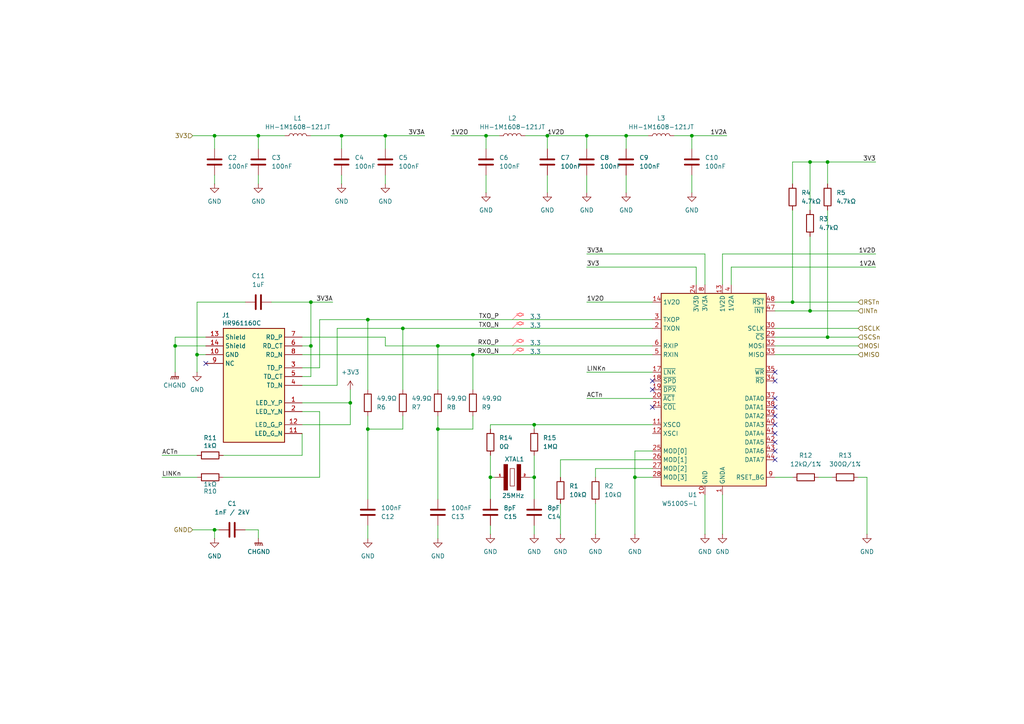
<source format=kicad_sch>
(kicad_sch (version 20231120) (generator "eeschema") (generator_version "8.0")
  (paper "A4")
  (lib_symbols
    (symbol "Device:C" (pin_numbers hide) (pin_names (offset 0.254))
      (property "Reference" "C" (at 0.635 2.54 0))
      (property "Value" "C" (at 0.635 -2.54 0))
      (symbol "C_0_1"
        (polyline (pts (xy -2.032 -0.762) (xy 2.032 -0.762)) (stroke (width 0.508)))
        (polyline (pts (xy -2.032 0.762) (xy 2.032 0.762)) (stroke (width 0.508)))
      )
      (symbol "C_1_1"
        (pin passive line (at 0 3.81 270) (length 2.794) (name "~") (number "1"))
        (pin passive line (at 0 -3.81 90) (length 2.794) (name "~") (number "2"))
      )
    )
    (symbol "Device:L" (pin_numbers hide) (pin_names (offset 1.016) hide)
      (property "Reference" "L" (at -1.27 0 90))
      (property "Value" "L" (at 1.905 0 90))
      (symbol "L_0_1"
        (arc (start 0 -2.54) (mid 0.6323 -1.905) (end 0 -1.27))
        (arc (start 0 -1.27) (mid 0.6323 -0.635) (end 0 0))
        (arc (start 0 0) (mid 0.6323 0.635) (end 0 1.27))
        (arc (start 0 1.27) (mid 0.6323 1.905) (end 0 2.54))
      )
      (symbol "L_1_1"
        (pin passive line (at 0 3.81 270) (length 1.27) (name "1") (number "1"))
        (pin passive line (at 0 -3.81 90) (length 1.27) (name "2") (number "2"))
      )
    )
    (symbol "Interface_Ethernet:W5100S-L"
      (property "Reference" "U" (at 15.24 -30.48 0))
      (property "Value" "W5100S-L" (at 15.24 -33.02 0))
      (symbol "W5100S-L_0_1"
        (rectangle (start -15.24 27.94) (end 15.24 -27.94) (stroke (width 0.254)) (fill (type background)))
      )
      (symbol "W5100S-L_1_0"
        (pin input line (at -17.78 25.4 0) (length 2.54) (name "~{RST}") (number "48"))
      )
      (symbol "W5100S-L_1_1"
        (pin power_in line (at -2.54 -30.48 90) (length 2.54) (name "GNDA") (number "1"))
        (pin power_in line (at 2.54 -30.48 90) (length 2.54) (name "GND") (number "10"))
        (pin output line (at 17.78 -10.16 180) (length 2.54) (name "XSCO") (number "11"))
        (pin input line (at 17.78 -12.7 180) (length 2.54) (name "XSCI") (number "12"))
        (pin power_in line (at -2.54 30.48 270) (length 2.54) (name "1V2D") (number "13"))
        (pin power_out line (at 17.78 25.4 180) (length 2.54) (name "1V2O") (number "14"))
        (pin passive line (at 2.54 30.48 270) (length 2.54) hide (name "3V3A") (number "15"))
        (pin passive line (at -2.54 -30.48 90) (length 2.54) hide (name "GNDA") (number "16"))
        (pin output line (at 17.78 5.08 180) (length 2.54) (name "~{LNK}") (number "17"))
        (pin output line (at 17.78 2.54 180) (length 2.54) (name "~{SPD}") (number "18"))
        (pin output line (at 17.78 0 180) (length 2.54) (name "~{DPX}") (number "19"))
        (pin output line (at 17.78 17.78 180) (length 2.54) (name "TXON") (number "2"))
        (pin output line (at 17.78 -2.54 180) (length 2.54) (name "~{ACT}") (number "20"))
        (pin output line (at 17.78 -5.08 180) (length 2.54) (name "~{COL}") (number "21"))
        (pin passive line (at -2.54 30.48 270) (length 2.54) hide (name "1V2D") (number "22"))
        (pin passive line (at 2.54 -30.48 90) (length 2.54) hide (name "GND") (number "23"))
        (pin power_in line (at 5.08 30.48 270) (length 2.54) (name "3V3D") (number "24"))
        (pin input line (at 17.78 -17.78 180) (length 2.54) (name "MOD[0]") (number "25"))
        (pin input line (at 17.78 -20.32 180) (length 2.54) (name "MOD[1]") (number "26"))
        (pin input line (at 17.78 -22.86 180) (length 2.54) (name "MOD[2]") (number "27"))
        (pin input line (at 17.78 -25.4 180) (length 2.54) (name "MOD[3]") (number "28"))
        (pin input line (at -17.78 15.24 0) (length 2.54) (name "~{CS}") (number "29"))
        (pin output line (at 17.78 20.32 180) (length 2.54) (name "TXOP") (number "3"))
        (pin input line (at -17.78 17.78 0) (length 2.54) (name "SCLK") (number "30"))
        (pin passive line (at -2.54 30.48 270) (length 2.54) hide (name "1V2D") (number "31"))
        (pin input line (at -17.78 12.7 0) (length 2.54) (name "MOSI") (number "32"))
        (pin output line (at -17.78 10.16 0) (length 2.54) (name "MISO") (number "33"))
        (pin input line (at -17.78 2.54 0) (length 2.54) (name "~{RD}") (number "34"))
        (pin input line (at -17.78 5.08 0) (length 2.54) (name "~{WR}") (number "35"))
        (pin passive line (at 5.08 30.48 270) (length 2.54) hide (name "3V3D") (number "36"))
        (pin bidirectional line (at -17.78 -2.54 0) (length 2.54) (name "DATA0") (number "37"))
        (pin bidirectional line (at -17.78 -5.08 0) (length 2.54) (name "DATA1") (number "38"))
        (pin bidirectional line (at -17.78 -7.62 0) (length 2.54) (name "DATA2") (number "39"))
        (pin power_in line (at -5.08 30.48 270) (length 2.54) (name "1V2A") (number "4"))
        (pin bidirectional line (at -17.78 -10.16 0) (length 2.54) (name "DATA3") (number "40"))
        (pin bidirectional line (at -17.78 -12.7 0) (length 2.54) (name "DATA4") (number "41"))
        (pin bidirectional line (at -17.78 -15.24 0) (length 2.54) (name "DATA5") (number "42"))
        (pin bidirectional line (at -17.78 -17.78 0) (length 2.54) (name "DATA6") (number "43"))
        (pin bidirectional line (at -17.78 -20.32 0) (length 2.54) (name "DATA7") (number "44"))
        (pin passive line (at -2.54 30.48 270) (length 2.54) hide (name "1V2D") (number "45"))
        (pin passive line (at 2.54 -30.48 90) (length 2.54) hide (name "GND") (number "46"))
        (pin output line (at -17.78 22.86 0) (length 2.54) (name "~{INT}") (number "47"))
        (pin input line (at 17.78 10.16 180) (length 2.54) (name "RXIN") (number "5"))
        (pin input line (at 17.78 12.7 180) (length 2.54) (name "RXIP") (number "6"))
        (pin passive line (at -2.54 -30.48 90) (length 2.54) hide (name "GNDA") (number "7"))
        (pin power_in line (at 2.54 30.48 270) (length 2.54) (name "3V3A") (number "8"))
        (pin output line (at -17.78 -25.4 0) (length 2.54) (name "RSET_BG") (number "9"))
      )
    )
    (symbol "Mouser:DP" (pin_numbers hide) (pin_names (offset 0) hide) (in_bom no) (on_board no)
      (symbol "DP_0_1"
        (polyline (pts (xy 0 0) (xy 1.27 1.27)) (stroke (width 0.0051) (color 255 0 29 1)))
        (polyline (pts (xy 1.27 1.27) (xy 1.778 1.27) (xy 2.032 1.016) (xy 2.54 1.016) (xy 2.794 1.27) (xy 3.302 1.27)) (stroke (width 0) (color 255 3 12 1)))
        (polyline (pts (xy 1.2704 1.6496) (xy 1.7784 1.6496) (xy 2.0324 1.9036) (xy 2.5404 1.9036) (xy 2.7944 1.6496) (xy 3.3024 1.6496)) (stroke (width 0) (color 255 3 12 1)))
      )
    )
    (symbol "Mouser:HR961160C"
      (property "Reference" "J" (at -1.016 21.082 0))
      (property "Value" "HR961160C" (at -1.524 18.796 0))
      (symbol "HR961160C_1_1"
        (rectangle (start -8.89 16.51) (end 8.89 -16.51) (stroke (width 0.254)) (fill (type background)))
        (pin passive line (at -13.97 -5.08 0) (length 5.08) (name "LED_Y_P") (number "1"))
        (pin passive line (at 13.97 8.89 180) (length 5.08) (name "GND") (number "10"))
        (pin passive line (at -13.97 -13.97 0) (length 5.08) (name "LED_G_N") (number "11"))
        (pin passive line (at -13.97 -11.43 0) (length 5.08) (name "LED_G_P") (number "12"))
        (pin passive line (at 13.97 13.97 180) (length 5.08) (name "Shield") (number "13"))
        (pin passive line (at 13.97 11.43 180) (length 5.08) (name "Shield") (number "14"))
        (pin passive line (at -13.97 -7.62 0) (length 5.08) (name "LED_Y_N") (number "2"))
        (pin passive line (at -13.97 5.08 0) (length 5.08) (name "TD_P") (number "3"))
        (pin passive line (at -13.97 0 0) (length 5.08) (name "TD_N") (number "4"))
        (pin passive line (at -13.97 2.54 0) (length 5.08) (name "TD_CT") (number "5"))
        (pin passive line (at -13.97 11.43 0) (length 5.08) (name "RD_CT") (number "6"))
        (pin passive line (at -13.97 13.97 0) (length 5.08) (name "RD_P") (number "7"))
        (pin passive line (at -13.97 8.89 0) (length 5.08) (name "RD_N") (number "8"))
        (pin passive line (at 13.97 6.35 180) (length 5.08) (name "NC") (number "9"))
      )
    )
    (symbol "PCM_Nuova-Elettronica-XTALS:XTAL" (pin_names hide)
      (property "Reference" "XTAL" (at 0.625 5.25 0))
      (symbol "XTAL_0_1"
        (rectangle (start -0.635 2.54) (end 0.635 -2.54))
      )
      (symbol "XTAL_1_1"
        (rectangle (start -2.54 3.81) (end -1.27 -3.81) (stroke (width -0.0001)) (fill (type outline)))
        (rectangle (start 1.27 3.81) (end 2.54 -3.81) (stroke (width -0.0001)) (fill (type outline)))
        (pin passive line (at -5.08 0 0) (length 3) (name "~") (number "1"))
        (pin passive line (at 5.08 0 180) (length 3) (name "~") (number "2"))
      )
    )
    (symbol "PCM_Resistor_AKL:R_0603" (pin_numbers hide) (pin_names (offset 0))
      (property "Reference" "R" (at 2.54 1.27 0))
      (property "Value" "R_0603" (at 2.54 -1.27 0))
      (symbol "R_0603_0_1"
        (rectangle (start -1.016 2.54) (end 1.016 -2.54) (stroke (width 0.254)))
      )
      (symbol "R_0603_0_2"
        (polyline (pts (xy -2.54 -2.54) (xy -1.524 -1.524)))
        (polyline (pts (xy 1.524 1.524) (xy 2.54 2.54)))
        (polyline (pts (xy 1.524 1.524) (xy 0.889 2.159) (xy -2.159 -0.889) (xy -0.889 -2.159) (xy 2.159 0.889) (xy 1.524 1.524)) (stroke (width 0.254)))
      )
      (symbol "R_0603_1_1"
        (pin passive line (at 0 3.81 270) (length 1.27) (name "~") (number "1"))
        (pin passive line (at 0 -3.81 90) (length 1.27) (name "~") (number "2"))
      )
      (symbol "R_0603_1_2"
        (pin passive line (at 2.54 2.54 180) (length 0) (name "") (number "1"))
        (pin passive line (at -2.54 -2.54 0) (length 0) (name "") (number "2"))
      )
    )
    (symbol "power:+3V3" (power) (pin_numbers hide) (pin_names (offset 0) hide)
      (property "Value" "+3V3" (at 0 3.556 0))
      (symbol "+3V3_0_1"
        (polyline (pts (xy -0.762 1.27) (xy 0 2.54)))
        (polyline (pts (xy 0 0) (xy 0 2.54)))
        (polyline (pts (xy 0 2.54) (xy 0.762 1.27)))
      )
      (symbol "+3V3_1_1"
        (pin power_in line (at 0 0 90) (length 0) (name "~") (number "1"))
      )
    )
    (symbol "power:GND" (power) (pin_numbers hide) (pin_names (offset 0) hide)
      (property "Value" "GND" (at 0 -3.81 0))
      (symbol "GND_0_1"
        (polyline (pts (xy 0 0) (xy 0 -1.27) (xy 1.27 -1.27) (xy 0 -2.54) (xy -1.27 -1.27) (xy 0 -1.27)))
      )
      (symbol "GND_1_1"
        (pin power_in line (at 0 0 270) (length 0) (name "~") (number "1"))
      )
    )
    (symbol "power:GNDPWR" (power) (pin_numbers hide) (pin_names (offset 0) hide)
      (property "Value" "GNDPWR" (at 0 -3.302 0))
      (symbol "GNDPWR_0_1"
        (polyline (pts (xy 0 -1.27) (xy 0 0)))
        (polyline (pts (xy -1.016 -1.27) (xy -1.27 -2.032) (xy -1.27 -2.032)) (stroke (width 0.2032)))
        (polyline (pts (xy -0.508 -1.27) (xy -0.762 -2.032) (xy -0.762 -2.032)) (stroke (width 0.2032)))
        (polyline (pts (xy 0 -1.27) (xy -0.254 -2.032) (xy -0.254 -2.032)) (stroke (width 0.2032)))
        (polyline (pts (xy 0.508 -1.27) (xy 0.254 -2.032) (xy 0.254 -2.032)) (stroke (width 0.2032)))
        (polyline (pts (xy 1.016 -1.27) (xy -1.016 -1.27) (xy -1.016 -1.27)) (stroke (width 0.2032)))
        (polyline (pts (xy 1.016 -1.27) (xy 0.762 -2.032) (xy 0.762 -2.032) (xy 0.762 -2.032)) (stroke (width 0.2032)))
      )
      (symbol "GNDPWR_1_1"
        (pin power_in line (at 0 0 270) (length 0) (name "~") (number "1"))
      )
    )
  )
  (junction (at 234.95 90.17))
  (junction (at 90.17 87.63))
  (junction (at 116.84 95.25))
  (junction (at 184.15 138.43))
  (junction (at 101.6 116.84))
  (junction (at 127 100.33))
  (junction (at 106.68 124.46))
  (junction (at 127 124.46))
  (junction (at 154.94 138.43))
  (junction (at 181.61 39.37))
  (junction (at 142.24 138.43))
  (junction (at 99.06 39.37))
  (junction (at 240.03 46.99))
  (junction (at 140.97 39.37))
  (junction (at 154.94 123.19))
  (junction (at 74.93 39.37))
  (junction (at 106.68 92.71))
  (junction (at 229.87 87.63))
  (junction (at 57.15 102.87))
  (junction (at 158.75 39.37))
  (junction (at 234.95 46.99))
  (junction (at 111.76 39.37))
  (junction (at 200.66 39.37))
  (junction (at 240.03 97.79))
  (junction (at 170.18 39.37))
  (junction (at 62.23 39.37))
  (junction (at 62.23 153.67))
  (junction (at 90.17 100.33))
  (junction (at 137.16 102.87))
  (junction (at 50.8 100.33))
  (no_connect (at 224.79 125.73))
  (no_connect (at 224.79 115.57))
  (no_connect (at 224.79 133.35))
  (no_connect (at 224.79 123.19))
  (no_connect (at 224.79 130.81))
  (no_connect (at 224.79 107.95))
  (no_connect (at 59.69 105.41))
  (no_connect (at 189.23 113.03))
  (no_connect (at 189.23 110.49))
  (no_connect (at 224.79 118.11))
  (no_connect (at 224.79 110.49))
  (no_connect (at 189.23 118.11))
  (no_connect (at 224.79 128.27))
  (no_connect (at 224.79 120.65))
  (wire (pts (xy 90.17 87.63) (xy 96.52 87.63)))
  (wire (pts (xy 229.87 87.63) (xy 248.92 87.63)))
  (wire (pts (xy 170.18 115.57) (xy 189.23 115.57)))
  (wire (pts (xy 87.63 111.76) (xy 97.79 111.76)))
  (wire (pts (xy 74.93 53.34) (xy 74.93 50.8)))
  (wire (pts (xy 87.63 100.33) (xy 90.17 100.33)))
  (wire (pts (xy 170.18 107.95) (xy 189.23 107.95)))
  (wire (pts (xy 101.6 113.03) (xy 101.6 116.84)))
  (wire (pts (xy 251.46 138.43) (xy 248.92 138.43)))
  (wire (pts (xy 116.84 95.25) (xy 116.84 113.03)))
  (wire (pts (xy 240.03 46.99) (xy 254 46.99)))
  (wire (pts (xy 127 100.33) (xy 189.23 100.33)))
  (wire (pts (xy 140.97 50.8) (xy 140.97 55.88)))
  (wire (pts (xy 154.94 123.19) (xy 154.94 124.46)))
  (wire (pts (xy 181.61 39.37) (xy 187.96 39.37)))
  (wire (pts (xy 97.79 111.76) (xy 97.79 95.25)))
  (wire (pts (xy 172.72 154.94) (xy 172.72 146.05)))
  (wire (pts (xy 154.94 123.19) (xy 142.24 123.19)))
  (wire (pts (xy 92.71 119.38) (xy 92.71 138.43)))
  (wire (pts (xy 90.17 39.37) (xy 99.06 39.37)))
  (wire (pts (xy 201.93 82.55) (xy 201.93 77.47)))
  (wire (pts (xy 172.72 135.89) (xy 189.23 135.89)))
  (wire (pts (xy 200.66 39.37) (xy 210.82 39.37)))
  (wire (pts (xy 184.15 138.43) (xy 184.15 154.94)))
  (wire (pts (xy 127 124.46) (xy 127 144.78)))
  (wire (pts (xy 57.15 87.63) (xy 71.12 87.63)))
  (wire (pts (xy 240.03 60.96) (xy 240.03 97.79)))
  (wire (pts (xy 106.68 92.71) (xy 189.23 92.71)))
  (wire (pts (xy 87.63 123.19) (xy 101.6 123.19)))
  (wire (pts (xy 189.23 123.19) (xy 154.94 123.19)))
  (wire (pts (xy 111.76 100.33) (xy 127 100.33)))
  (wire (pts (xy 170.18 43.18) (xy 170.18 39.37)))
  (wire (pts (xy 111.76 39.37) (xy 99.06 39.37)))
  (wire (pts (xy 224.79 138.43) (xy 229.87 138.43)))
  (wire (pts (xy 57.15 107.95) (xy 57.15 102.87)))
  (wire (pts (xy 130.81 39.37) (xy 140.97 39.37)))
  (wire (pts (xy 92.71 92.71) (xy 106.68 92.71)))
  (wire (pts (xy 229.87 46.99) (xy 229.87 53.34)))
  (wire (pts (xy 99.06 39.37) (xy 99.06 43.18)))
  (wire (pts (xy 57.15 132.08) (xy 46.99 132.08)))
  (wire (pts (xy 181.61 43.18) (xy 181.61 39.37)))
  (wire (pts (xy 127 156.21) (xy 127 152.4)))
  (wire (pts (xy 237.49 138.43) (xy 241.3 138.43)))
  (wire (pts (xy 224.79 102.87) (xy 248.92 102.87)))
  (wire (pts (xy 200.66 39.37) (xy 195.58 39.37)))
  (wire (pts (xy 74.93 153.67) (xy 74.93 156.21)))
  (wire (pts (xy 240.03 97.79) (xy 248.92 97.79)))
  (wire (pts (xy 106.68 92.71) (xy 106.68 113.03)))
  (wire (pts (xy 111.76 39.37) (xy 123.19 39.37)))
  (wire (pts (xy 62.23 53.34) (xy 62.23 50.8)))
  (wire (pts (xy 50.8 100.33) (xy 59.69 100.33)))
  (wire (pts (xy 162.56 154.94) (xy 162.56 146.05)))
  (wire (pts (xy 97.79 95.25) (xy 116.84 95.25)))
  (wire (pts (xy 184.15 138.43) (xy 189.23 138.43)))
  (wire (pts (xy 50.8 100.33) (xy 50.8 107.95)))
  (wire (pts (xy 92.71 106.68) (xy 92.71 92.71)))
  (wire (pts (xy 189.23 133.35) (xy 162.56 133.35)))
  (wire (pts (xy 224.79 97.79) (xy 240.03 97.79)))
  (wire (pts (xy 189.23 130.81) (xy 184.15 130.81)))
  (wire (pts (xy 90.17 109.22) (xy 90.17 100.33)))
  (wire (pts (xy 90.17 100.33) (xy 90.17 87.63)))
  (wire (pts (xy 224.79 90.17) (xy 234.95 90.17)))
  (wire (pts (xy 106.68 156.21) (xy 106.68 152.4)))
  (wire (pts (xy 200.66 50.8) (xy 200.66 55.88)))
  (wire (pts (xy 111.76 53.34) (xy 111.76 50.8)))
  (wire (pts (xy 142.24 123.19) (xy 142.24 124.46)))
  (wire (pts (xy 184.15 130.81) (xy 184.15 138.43)))
  (wire (pts (xy 142.24 132.08) (xy 142.24 138.43)))
  (wire (pts (xy 154.94 138.43) (xy 154.94 144.78)))
  (wire (pts (xy 71.12 153.67) (xy 74.93 153.67)))
  (wire (pts (xy 87.63 132.08) (xy 64.77 132.08)))
  (wire (pts (xy 111.76 97.79) (xy 111.76 100.33)))
  (wire (pts (xy 140.97 39.37) (xy 140.97 43.18)))
  (wire (pts (xy 212.09 77.47) (xy 254 77.47)))
  (wire (pts (xy 152.4 39.37) (xy 158.75 39.37)))
  (wire (pts (xy 55.88 39.37) (xy 62.23 39.37)))
  (wire (pts (xy 62.23 153.67) (xy 62.23 156.21)))
  (wire (pts (xy 229.87 60.96) (xy 229.87 87.63)))
  (wire (pts (xy 99.06 53.34) (xy 99.06 50.8)))
  (wire (pts (xy 62.23 153.67) (xy 55.88 153.67)))
  (wire (pts (xy 101.6 123.19) (xy 101.6 116.84)))
  (wire (pts (xy 142.24 138.43) (xy 143.51 138.43)))
  (wire (pts (xy 116.84 120.65) (xy 116.84 124.46)))
  (wire (pts (xy 63.5 153.67) (xy 62.23 153.67)))
  (wire (pts (xy 78.74 87.63) (xy 90.17 87.63)))
  (wire (pts (xy 204.47 143.51) (xy 204.47 154.94)))
  (wire (pts (xy 170.18 77.47) (xy 201.93 77.47)))
  (wire (pts (xy 181.61 39.37) (xy 170.18 39.37)))
  (wire (pts (xy 87.63 109.22) (xy 90.17 109.22)))
  (wire (pts (xy 87.63 125.73) (xy 87.63 132.08)))
  (wire (pts (xy 204.47 82.55) (xy 204.47 73.66)))
  (wire (pts (xy 209.55 82.55) (xy 209.55 73.66)))
  (wire (pts (xy 142.24 154.94) (xy 142.24 152.4)))
  (wire (pts (xy 200.66 43.18) (xy 200.66 39.37)))
  (wire (pts (xy 116.84 124.46) (xy 106.68 124.46)))
  (wire (pts (xy 234.95 46.99) (xy 234.95 60.96)))
  (wire (pts (xy 87.63 97.79) (xy 111.76 97.79)))
  (wire (pts (xy 87.63 102.87) (xy 137.16 102.87)))
  (wire (pts (xy 127 100.33) (xy 127 113.03)))
  (wire (pts (xy 158.75 50.8) (xy 158.75 55.88)))
  (wire (pts (xy 106.68 124.46) (xy 106.68 144.78)))
  (wire (pts (xy 87.63 119.38) (xy 92.71 119.38)))
  (wire (pts (xy 234.95 68.58) (xy 234.95 90.17)))
  (wire (pts (xy 162.56 133.35) (xy 162.56 138.43)))
  (wire (pts (xy 59.69 97.79) (xy 50.8 97.79)))
  (wire (pts (xy 212.09 82.55) (xy 212.09 77.47)))
  (wire (pts (xy 229.87 46.99) (xy 234.95 46.99)))
  (wire (pts (xy 57.15 87.63) (xy 57.15 102.87)))
  (wire (pts (xy 87.63 116.84) (xy 101.6 116.84)))
  (wire (pts (xy 74.93 39.37) (xy 82.55 39.37)))
  (wire (pts (xy 154.94 132.08) (xy 154.94 138.43)))
  (wire (pts (xy 209.55 73.66) (xy 254 73.66)))
  (wire (pts (xy 92.71 138.43) (xy 64.77 138.43)))
  (wire (pts (xy 234.95 46.99) (xy 240.03 46.99)))
  (wire (pts (xy 87.63 106.68) (xy 92.71 106.68)))
  (wire (pts (xy 170.18 87.63) (xy 189.23 87.63)))
  (wire (pts (xy 251.46 154.94) (xy 251.46 138.43)))
  (wire (pts (xy 142.24 138.43) (xy 142.24 144.78)))
  (wire (pts (xy 137.16 102.87) (xy 137.16 113.03)))
  (wire (pts (xy 106.68 124.46) (xy 106.68 120.65)))
  (wire (pts (xy 127 124.46) (xy 127 120.65)))
  (wire (pts (xy 170.18 50.8) (xy 170.18 55.88)))
  (wire (pts (xy 62.23 39.37) (xy 74.93 39.37)))
  (wire (pts (xy 57.15 138.43) (xy 46.99 138.43)))
  (wire (pts (xy 154.94 138.43) (xy 153.67 138.43)))
  (wire (pts (xy 50.8 97.79) (xy 50.8 100.33)))
  (wire (pts (xy 154.94 154.94) (xy 154.94 152.4)))
  (wire (pts (xy 224.79 95.25) (xy 248.92 95.25)))
  (wire (pts (xy 234.95 90.17) (xy 248.92 90.17)))
  (wire (pts (xy 74.93 39.37) (xy 74.93 43.18)))
  (wire (pts (xy 170.18 73.66) (xy 204.47 73.66)))
  (wire (pts (xy 137.16 102.87) (xy 189.23 102.87)))
  (wire (pts (xy 137.16 120.65) (xy 137.16 124.46)))
  (wire (pts (xy 224.79 100.33) (xy 248.92 100.33)))
  (wire (pts (xy 172.72 138.43) (xy 172.72 135.89)))
  (wire (pts (xy 62.23 39.37) (xy 62.23 43.18)))
  (wire (pts (xy 116.84 95.25) (xy 189.23 95.25)))
  (wire (pts (xy 240.03 46.99) (xy 240.03 53.34)))
  (wire (pts (xy 209.55 143.51) (xy 209.55 154.94)))
  (wire (pts (xy 181.61 50.8) (xy 181.61 55.88)))
  (wire (pts (xy 144.78 39.37) (xy 140.97 39.37)))
  (wire (pts (xy 158.75 39.37) (xy 158.75 43.18)))
  (wire (pts (xy 137.16 124.46) (xy 127 124.46)))
  (wire (pts (xy 111.76 43.18) (xy 111.76 39.37)))
  (wire (pts (xy 57.15 102.87) (xy 59.69 102.87)))
  (wire (pts (xy 224.79 87.63) (xy 229.87 87.63)))
  (wire (pts (xy 170.18 39.37) (xy 158.75 39.37)))
  (label "RXO_N" (at 144.78 102.87 180))
  (label "3V3A" (at 123.19 39.37 180))
  (label "1V2A" (at 210.82 39.37 180))
  (label "LINKn" (at 170.18 107.95 0))
  (label "1V2O" (at 130.81 39.37 0))
  (label "1V2D" (at 254 73.66 180))
  (label "1V2D" (at 158.75 39.37 0))
  (label "1V2A" (at 254 77.47 180))
  (label "TXO_P" (at 144.78 92.71 180))
  (label "LINKn" (at 46.99 138.43 0))
  (label "1V2O" (at 170.18 87.63 0))
  (label "TXO_N" (at 144.78 95.25 180))
  (label "3V3A" (at 96.52 87.63 180))
  (label "RXO_P" (at 144.78 100.33 180))
  (label "ACTn" (at 170.18 115.57 0))
  (label "3V3" (at 254 46.99 180))
  (label "3V3" (at 170.18 77.47 0))
  (label "3V3A" (at 170.18 73.66 0))
  (label "ACTn" (at 46.99 132.08 0))
  (hierarchical_label "3V3" (shape input) (at 55.88 39.37 180))
  (hierarchical_label "SCSn" (shape input) (at 248.92 97.79 0))
  (hierarchical_label "INTn" (shape input) (at 248.92 90.17 0))
  (hierarchical_label "MOSI" (shape input) (at 248.92 100.33 0))
  (hierarchical_label "SCLK" (shape input) (at 248.92 95.25 0))
  (hierarchical_label "MISO" (shape input) (at 248.92 102.87 0))
  (hierarchical_label "RSTn" (shape input) (at 248.92 87.63 0))
  (hierarchical_label "GND" (shape input) (at 55.88 153.67 180))
  (symbol (lib_id "Device:C") (at 127 148.59 0) (mirror x) (unit 1)
    (property "Reference" "C13" (at 130.81 149.8601 0) (effects (justify left)))
    (property "Value" "100nF" (at 130.81 147.3201 0) (effects (justify left)))
    (property "Description" "Unpolarized capacitor" (effects (hide yes)))
  )
  (symbol (lib_id "Device:C") (at 111.76 46.99 180) (unit 1)
    (property "Reference" "C5" (at 115.57 45.7199 0) (effects (justify right)))
    (property "Value" "100nF" (at 115.57 48.2599 0) (effects (justify right)))
    (property "Description" "Unpolarized capacitor" (effects (hide yes)))
  )
  (symbol (lib_id "power:GND") (at 200.66 55.88 0) (unit 1)
    (property "Reference" "#PWR014" (effects (hide yes)))
    (property "Value" "GND" (at 200.66 60.96 0))
    (property "Description" "Power symbol creates a global label with name \"GND\" , ground" (effects (hide yes)))
  )
  (symbol (lib_id "power:GND") (at 154.94 154.94 0) (unit 1)
    (property "Reference" "#PWR023" (effects (hide yes)))
    (property "Value" "GND" (at 154.94 160.02 0))
    (property "Description" "Power symbol creates a global label with name \"GND\" , ground" (effects (hide yes)))
  )
  (symbol (lib_id "power:GND") (at 106.68 156.21 0) (mirror y) (unit 1)
    (property "Reference" "#PWR021" (effects (hide yes)))
    (property "Value" "GND" (at 106.68 161.29 0))
    (property "Description" "Power symbol creates a global label with name \"GND\" , ground" (effects (hide yes)))
  )
  (symbol (lib_id "power:GNDPWR") (at 74.93 156.21 0) (mirror y) (unit 1)
    (property "Reference" "#PWR03" (effects (hide yes)))
    (property "Value" "CHGND" (at 75.057 160.02 0))
    (property "Description" "Power symbol creates a global label with name \"GNDPWR\" , global ground" (effects (hide yes)))
  )
  (symbol (lib_id "power:GND") (at 172.72 154.94 0) (unit 1)
    (property "Reference" "#PWR019" (effects (hide yes)))
    (property "Value" "GND" (at 172.72 160.02 0))
    (property "Description" "Power symbol creates a global label with name \"GND\" , ground" (effects (hide yes)))
  )
  (symbol (lib_id "power:GNDPWR") (at 50.8 107.95 0) (unit 1)
    (property "Reference" "#PWR02" (effects (hide yes)))
    (property "Value" "CHGND" (at 50.673 111.76 0))
    (property "Description" "Power symbol creates a global label with name \"GNDPWR\" , global ground" (effects (hide yes)))
  )
  (symbol (lib_id "power:GND") (at 181.61 55.88 0) (unit 1)
    (property "Reference" "#PWR013" (effects (hide yes)))
    (property "Value" "GND" (at 181.61 60.96 0))
    (property "Description" "Power symbol creates a global label with name \"GND\" , ground" (effects (hide yes)))
  )
  (symbol (lib_id "power:+3V3") (at 101.6 113.03 0) (unit 1)
    (property "Reference" "#PWR01" (effects (hide yes)))
    (property "Value" "+3V3" (at 101.6 107.95 0))
    (property "Description" "Power symbol creates a global label with name \"+3V3\"" (effects (hide yes)))
  )
  (symbol (lib_id "PCM_Resistor_AKL:R_0603") (at 233.68 138.43 90) (unit 1)
    (property "Reference" "R12" (at 233.68 132.08 90))
    (property "Value" "12kΩ/1%" (at 233.68 134.62 90))
    (property "Footprint" "PCM_Resistor_SMD_AKL:R_0603_1608Metric" (effects (hide yes)))
    (property "Description" "SMD 0603 Chip Resistor, European Symbol, Alternate KiCad Library" (effects (hide yes)))
  )
  (symbol (lib_id "power:GND") (at 209.55 154.94 0) (unit 1)
    (property "Reference" "#PWR016" (effects (hide yes)))
    (property "Value" "GND" (at 209.55 160.02 0))
    (property "Description" "Power symbol creates a global label with name \"GND\" , ground" (effects (hide yes)))
  )
  (symbol (lib_id "Device:C") (at 106.68 148.59 0) (mirror x) (unit 1)
    (property "Reference" "C12" (at 110.49 149.8601 0) (effects (justify left)))
    (property "Value" "100nF" (at 110.49 147.3201 0) (effects (justify left)))
    (property "Description" "Unpolarized capacitor" (effects (hide yes)))
  )
  (symbol (lib_id "PCM_Resistor_AKL:R_0603") (at 137.16 116.84 0) (mirror y) (unit 1)
    (property "Reference" "R9" (at 139.7 118.1101 0) (effects (justify right)))
    (property "Value" "49.9Ω" (at 139.7 115.5701 0) (effects (justify right)))
    (property "Footprint" "PCM_Resistor_SMD_AKL:R_0603_1608Metric" (effects (hide yes)))
    (property "Description" "SMD 0603 Chip Resistor, European Symbol, Alternate KiCad Library" (effects (hide yes)))
  )
  (symbol (lib_id "PCM_Resistor_AKL:R_0603") (at 60.96 138.43 90) (unit 1)
    (property "Reference" "R10" (at 60.96 142.494 90))
    (property "Value" "1kΩ" (at 60.96 140.462 90))
    (property "Footprint" "PCM_Resistor_SMD_AKL:R_0603_1608Metric" (effects (hide yes)))
    (property "Description" "SMD 0603 Chip Resistor, European Symbol, Alternate KiCad Library" (effects (hide yes)))
  )
  (symbol (lib_id "PCM_Resistor_AKL:R_0603") (at 234.95 64.77 180) (unit 1)
    (property "Reference" "R3" (at 237.49 63.4999 0) (effects (justify right)))
    (property "Value" "4.7kΩ" (at 237.49 66.0399 0) (effects (justify right)))
    (property "Footprint" "PCM_Resistor_SMD_AKL:R_0603_1608Metric" (effects (hide yes)))
    (property "Description" "SMD 0603 Chip Resistor, European Symbol, Alternate KiCad Library" (effects (hide yes)))
  )
  (symbol (lib_id "Device:C") (at 142.24 148.59 0) (mirror x) (unit 1)
    (property "Reference" "C15" (at 146.05 149.8601 0) (effects (justify left)))
    (property "Value" "8pF" (at 146.05 147.3201 0) (effects (justify left)))
    (property "Description" "Unpolarized capacitor" (effects (hide yes)))
  )
  (symbol (lib_id "Mouser:DP") (at 148.59 92.71 0) (unit 1) (in_bom no) (on_board no)
    (property "Reference" "~1" (effects (hide yes)))
    (property "Value" "3.3" (at 153.67 91.8222 0) (effects (justify left)))
  )
  (symbol (lib_id "PCM_Resistor_AKL:R_0603") (at 127 116.84 0) (mirror y) (unit 1)
    (property "Reference" "R8" (at 129.54 118.1101 0) (effects (justify right)))
    (property "Value" "49.9Ω" (at 129.54 115.5701 0) (effects (justify right)))
    (property "Footprint" "PCM_Resistor_SMD_AKL:R_0603_1608Metric" (effects (hide yes)))
    (property "Description" "SMD 0603 Chip Resistor, European Symbol, Alternate KiCad Library" (effects (hide yes)))
  )
  (symbol (lib_id "Device:C") (at 158.75 46.99 180) (unit 1)
    (property "Reference" "C7" (at 162.56 45.7199 0) (effects (justify right)))
    (property "Value" "100nF" (at 162.56 48.2599 0) (effects (justify right)))
    (property "Description" "Unpolarized capacitor" (effects (hide yes)))
  )
  (symbol (lib_id "power:GND") (at 127 156.21 0) (mirror y) (unit 1)
    (property "Reference" "#PWR022" (effects (hide yes)))
    (property "Value" "GND" (at 127 161.29 0))
    (property "Description" "Power symbol creates a global label with name \"GND\" , ground" (effects (hide yes)))
  )
  (symbol (lib_id "Device:L") (at 148.59 39.37 90) (unit 1)
    (property "Reference" "L2" (at 148.59 34.29 90))
    (property "Value" "HH-1M1608-121JT" (at 148.59 36.83 90))
    (property "Description" "Inductor" (effects (hide yes)))
  )
  (symbol (lib_id "PCM_Resistor_AKL:R_0603") (at 162.56 142.24 0) (unit 1)
    (property "Reference" "R1" (at 165.1 140.9699 0) (effects (justify left)))
    (property "Value" "10kΩ" (at 165.1 143.5099 0) (effects (justify left)))
    (property "Footprint" "PCM_Resistor_SMD_AKL:R_0603_1608Metric" (effects (hide yes)))
    (property "Description" "SMD 0603 Chip Resistor, European Symbol, Alternate KiCad Library" (effects (hide yes)))
  )
  (symbol (lib_id "power:GND") (at 142.24 154.94 0) (unit 1)
    (property "Reference" "#PWR024" (effects (hide yes)))
    (property "Value" "GND" (at 142.24 160.02 0))
    (property "Description" "Power symbol creates a global label with name \"GND\" , ground" (effects (hide yes)))
  )
  (symbol (lib_id "PCM_Resistor_AKL:R_0603") (at 142.24 128.27 0) (unit 1)
    (property "Reference" "R14" (at 144.78 126.9999 0) (effects (justify left)))
    (property "Value" "0Ω" (at 144.78 129.5399 0) (effects (justify left)))
    (property "Footprint" "PCM_Resistor_SMD_AKL:R_0603_1608Metric" (effects (hide yes)))
    (property "Description" "SMD 0603 Chip Resistor, European Symbol, Alternate KiCad Library" (effects (hide yes)))
  )
  (symbol (lib_id "Interface_Ethernet:W5100S-L") (at 207.01 113.03 0) (mirror y) (unit 1)
    (property "Reference" "U1" (at 202.2759 143.51 0) (effects (justify left)))
    (property "Value" "W5100S-L" (at 202.2759 146.05 0) (effects (justify left)))
    (property "Footprint" "Package_QFP:LQFP-48_7x7mm_P0.5mm" (effects (hide yes)))
    (property "Datasheet" "https://docs.wiznet.io/img/products/w5100s/w5100s-ds-v128e.pdf" (effects (hide yes)))
    (property "Description" "10/100Mb Ethernet controller with TCP/IP stack, LQFP-48" (effects (hide yes)))
    (property "Manufacturer" "WIZnet" (effects (hide yes)))
  )
  (symbol (lib_id "Device:C") (at 67.31 153.67 270) (mirror x) (unit 1)
    (property "Reference" "C1" (at 67.31 146.05 90))
    (property "Value" "1nF / 2kV" (at 67.31 148.59 90))
    (property "Description" "Unpolarized capacitor" (effects (hide yes)))
  )
  (symbol (lib_id "power:GND") (at 204.47 154.94 0) (unit 1)
    (property "Reference" "#PWR015" (effects (hide yes)))
    (property "Value" "GND" (at 204.47 160.02 0))
    (property "Description" "Power symbol creates a global label with name \"GND\" , ground" (effects (hide yes)))
  )
  (symbol (lib_id "PCM_Resistor_AKL:R_0603") (at 106.68 116.84 0) (mirror y) (unit 1)
    (property "Reference" "R6" (at 109.22 118.1101 0) (effects (justify right)))
    (property "Value" "49.9Ω" (at 109.22 115.5701 0) (effects (justify right)))
    (property "Footprint" "PCM_Resistor_SMD_AKL:R_0603_1608Metric" (effects (hide yes)))
    (property "Description" "SMD 0603 Chip Resistor, European Symbol, Alternate KiCad Library" (effects (hide yes)))
  )
  (symbol (lib_id "power:GND") (at 140.97 55.88 0) (unit 1)
    (property "Reference" "#PWR010" (effects (hide yes)))
    (property "Value" "GND" (at 140.97 60.96 0))
    (property "Description" "Power symbol creates a global label with name \"GND\" , ground" (effects (hide yes)))
  )
  (symbol (lib_id "Device:C") (at 154.94 148.59 0) (mirror x) (unit 1)
    (property "Reference" "C14" (at 158.75 149.8601 0) (effects (justify left)))
    (property "Value" "8pF" (at 158.75 147.3201 0) (effects (justify left)))
    (property "Description" "Unpolarized capacitor" (effects (hide yes)))
  )
  (symbol (lib_id "power:GND") (at 62.23 156.21 0) (mirror y) (unit 1)
    (property "Reference" "#PWR04" (effects (hide yes)))
    (property "Value" "GND" (at 62.23 161.29 0))
    (property "Description" "Power symbol creates a global label with name \"GND\" , ground" (effects (hide yes)))
  )
  (symbol (lib_id "PCM_Resistor_AKL:R_0603") (at 116.84 116.84 0) (mirror y) (unit 1)
    (property "Reference" "R7" (at 119.38 118.1101 0) (effects (justify right)))
    (property "Value" "49.9Ω" (at 119.38 115.5701 0) (effects (justify right)))
    (property "Footprint" "PCM_Resistor_SMD_AKL:R_0603_1608Metric" (effects (hide yes)))
    (property "Description" "SMD 0603 Chip Resistor, European Symbol, Alternate KiCad Library" (effects (hide yes)))
  )
  (symbol (lib_id "power:GND") (at 184.15 154.94 0) (unit 1)
    (property "Reference" "#PWR017" (effects (hide yes)))
    (property "Value" "GND" (at 184.15 160.02 0))
    (property "Description" "Power symbol creates a global label with name \"GND\" , ground" (effects (hide yes)))
  )
  (symbol (lib_id "power:GND") (at 57.15 107.95 0) (unit 1)
    (property "Reference" "#PWR05" (effects (hide yes)))
    (property "Value" "GND" (at 57.15 113.03 0))
    (property "Description" "Power symbol creates a global label with name \"GND\" , ground" (effects (hide yes)))
  )
  (symbol (lib_id "Mouser:DP") (at 148.59 102.87 0) (unit 1) (in_bom no) (on_board no)
    (property "Reference" "~4" (effects (hide yes)))
    (property "Value" "3.3" (at 153.67 101.9822 0) (effects (justify left)))
  )
  (symbol (lib_id "Device:L") (at 86.36 39.37 90) (unit 1)
    (property "Reference" "L1" (at 86.36 34.29 90))
    (property "Value" "HH-1M1608-121JT" (at 86.36 36.83 90))
    (property "Description" "Inductor" (effects (hide yes)))
  )
  (symbol (lib_id "Device:C") (at 181.61 46.99 180) (unit 1)
    (property "Reference" "C9" (at 185.42 45.7199 0) (effects (justify right)))
    (property "Value" "100nF" (at 185.42 48.2599 0) (effects (justify right)))
    (property "Description" "Unpolarized capacitor" (effects (hide yes)))
  )
  (symbol (lib_id "Device:C") (at 99.06 46.99 180) (unit 1)
    (property "Reference" "C4" (at 102.87 45.7199 0) (effects (justify right)))
    (property "Value" "100nF" (at 102.87 48.2599 0) (effects (justify right)))
    (property "Description" "Unpolarized capacitor" (effects (hide yes)))
  )
  (symbol (lib_id "power:GND") (at 99.06 53.34 0) (unit 1)
    (property "Reference" "#PWR08" (effects (hide yes)))
    (property "Value" "GND" (at 99.06 58.42 0))
    (property "Description" "Power symbol creates a global label with name \"GND\" , ground" (effects (hide yes)))
  )
  (symbol (lib_id "Device:C") (at 200.66 46.99 180) (unit 1)
    (property "Reference" "C10" (at 204.47 45.7199 0) (effects (justify right)))
    (property "Value" "100nF" (at 204.47 48.2599 0) (effects (justify right)))
    (property "Description" "Unpolarized capacitor" (effects (hide yes)))
  )
  (symbol (lib_id "PCM_Nuova-Elettronica-XTALS:XTAL") (at 148.59 138.43 0) (unit 1)
    (property "Reference" "XTAL1" (at 149.215 133.18 0))
    (property "Value" "25MHz" (at 148.844 143.764 0))
  )
  (symbol (lib_id "Device:C") (at 62.23 46.99 180) (unit 1)
    (property "Reference" "C2" (at 66.04 45.7199 0) (effects (justify right)))
    (property "Value" "100nF" (at 66.04 48.2599 0) (effects (justify right)))
    (property "Description" "Unpolarized capacitor" (effects (hide yes)))
  )
  (symbol (lib_id "PCM_Resistor_AKL:R_0603") (at 245.11 138.43 90) (unit 1)
    (property "Reference" "R13" (at 245.11 132.08 90))
    (property "Value" "300Ω/1%" (at 245.11 134.62 90))
    (property "Footprint" "PCM_Resistor_SMD_AKL:R_0603_1608Metric" (effects (hide yes)))
    (property "Description" "SMD 0603 Chip Resistor, European Symbol, Alternate KiCad Library" (effects (hide yes)))
  )
  (symbol (lib_id "Device:C") (at 74.93 87.63 270) (unit 1)
    (property "Reference" "C11" (at 74.93 80.01 90))
    (property "Value" "1uF" (at 74.93 82.55 90))
    (property "Description" "Unpolarized capacitor" (effects (hide yes)))
  )
  (symbol (lib_id "power:GND") (at 74.93 53.34 0) (unit 1)
    (property "Reference" "#PWR07" (effects (hide yes)))
    (property "Value" "GND" (at 74.93 58.42 0))
    (property "Description" "Power symbol creates a global label with name \"GND\" , ground" (effects (hide yes)))
  )
  (symbol (lib_id "PCM_Resistor_AKL:R_0603") (at 240.03 57.15 180) (unit 1)
    (property "Reference" "R5" (at 242.57 55.8799 0) (effects (justify right)))
    (property "Value" "4.7kΩ" (at 242.57 58.4199 0) (effects (justify right)))
    (property "Footprint" "PCM_Resistor_SMD_AKL:R_0603_1608Metric" (effects (hide yes)))
    (property "Description" "SMD 0603 Chip Resistor, European Symbol, Alternate KiCad Library" (effects (hide yes)))
  )
  (symbol (lib_id "Device:L") (at 191.77 39.37 90) (unit 1)
    (property "Reference" "L3" (at 191.77 34.29 90))
    (property "Value" "HH-1M1608-121JT" (at 191.77 36.83 90))
    (property "Description" "Inductor" (effects (hide yes)))
  )
  (symbol (lib_id "power:GND") (at 170.18 55.88 0) (unit 1)
    (property "Reference" "#PWR012" (effects (hide yes)))
    (property "Value" "GND" (at 170.18 60.96 0))
    (property "Description" "Power symbol creates a global label with name \"GND\" , ground" (effects (hide yes)))
  )
  (symbol (lib_id "PCM_Resistor_AKL:R_0603") (at 60.96 132.08 90) (unit 1)
    (property "Reference" "R11" (at 60.96 127 90))
    (property "Value" "1kΩ" (at 60.96 129.286 90))
    (property "Footprint" "PCM_Resistor_SMD_AKL:R_0603_1608Metric" (effects (hide yes)))
    (property "Description" "SMD 0603 Chip Resistor, European Symbol, Alternate KiCad Library" (effects (hide yes)))
  )
  (symbol (lib_id "Device:C") (at 140.97 46.99 180) (unit 1)
    (property "Reference" "C6" (at 144.78 45.7199 0) (effects (justify right)))
    (property "Value" "100nF" (at 144.78 48.2599 0) (effects (justify right)))
    (property "Description" "Unpolarized capacitor" (effects (hide yes)))
  )
  (symbol (lib_id "power:GND") (at 251.46 154.94 0) (unit 1)
    (property "Reference" "#PWR020" (effects (hide yes)))
    (property "Value" "GND" (at 251.46 160.02 0))
    (property "Description" "Power symbol creates a global label with name \"GND\" , ground" (effects (hide yes)))
  )
  (symbol (lib_id "Mouser:HR961160C") (at 73.66 111.76 0) (mirror y) (unit 1)
    (property "Reference" "J1" (at 65.532 91.44 0))
    (property "Value" "HR961160C" (at 70.104 93.726 0))
    (property "Footprint" "HR961160C" (effects (hide yes)))
    (property "Description" "1x1 Port Tab-UP Surface Mount RJ45 Connector" (effects (hide yes)))
    (property "Height" "13" (effects (hide yes)))
    (property "Manufacturer_Name" "Hanrun Electronics" (effects (hide yes)))
    (property "Manufacturer_Part_Number" "HR961160C" (effects (hide yes)))
  )
  (symbol (lib_id "PCM_Resistor_AKL:R_0603") (at 172.72 142.24 0) (unit 1)
    (property "Reference" "R2" (at 175.26 140.9699 0) (effects (justify left)))
    (property "Value" "10kΩ" (at 175.26 143.5099 0) (effects (justify left)))
    (property "Footprint" "PCM_Resistor_SMD_AKL:R_0603_1608Metric" (effects (hide yes)))
    (property "Description" "SMD 0603 Chip Resistor, European Symbol, Alternate KiCad Library" (effects (hide yes)))
  )
  (symbol (lib_id "power:GND") (at 62.23 53.34 0) (unit 1)
    (property "Reference" "#PWR06" (effects (hide yes)))
    (property "Value" "GND" (at 62.23 58.42 0))
    (property "Description" "Power symbol creates a global label with name \"GND\" , ground" (effects (hide yes)))
  )
  (symbol (lib_id "power:GND") (at 158.75 55.88 0) (unit 1)
    (property "Reference" "#PWR011" (effects (hide yes)))
    (property "Value" "GND" (at 158.75 60.96 0))
    (property "Description" "Power symbol creates a global label with name \"GND\" , ground" (effects (hide yes)))
  )
  (symbol (lib_id "Device:C") (at 170.18 46.99 180) (unit 1)
    (property "Reference" "C8" (at 173.99 45.7199 0) (effects (justify right)))
    (property "Value" "100nF" (at 173.99 48.2599 0) (effects (justify right)))
    (property "Description" "Unpolarized capacitor" (effects (hide yes)))
  )
  (symbol (lib_id "power:GND") (at 111.76 53.34 0) (unit 1)
    (property "Reference" "#PWR09" (effects (hide yes)))
    (property "Value" "GND" (at 111.76 58.42 0))
    (property "Description" "Power symbol creates a global label with name \"GND\" , ground" (effects (hide yes)))
  )
  (symbol (lib_id "power:GND") (at 162.56 154.94 0) (unit 1)
    (property "Reference" "#PWR018" (effects (hide yes)))
    (property "Value" "GND" (at 162.56 160.02 0))
    (property "Description" "Power symbol creates a global label with name \"GND\" , ground" (effects (hide yes)))
  )
  (symbol (lib_id "PCM_Resistor_AKL:R_0603") (at 229.87 57.15 180) (unit 1)
    (property "Reference" "R4" (at 232.41 55.8799 0) (effects (justify right)))
    (property "Value" "4.7kΩ" (at 232.41 58.4199 0) (effects (justify right)))
    (property "Footprint" "PCM_Resistor_SMD_AKL:R_0603_1608Metric" (effects (hide yes)))
    (property "Description" "SMD 0603 Chip Resistor, European Symbol, Alternate KiCad Library" (effects (hide yes)))
  )
  (symbol (lib_id "Mouser:DP") (at 148.59 95.25 0) (unit 1) (in_bom no) (on_board no)
    (property "Reference" "~2" (effects (hide yes)))
    (property "Value" "3.3" (at 153.67 94.3622 0) (effects (justify left)))
  )
  (symbol (lib_id "Mouser:DP") (at 148.59 100.33 0) (unit 1) (in_bom no) (on_board no)
    (property "Reference" "~3" (effects (hide yes)))
    (property "Value" "3.3" (at 153.67 99.4422 0) (effects (justify left)))
  )
  (symbol (lib_id "Device:C") (at 74.93 46.99 180) (unit 1)
    (property "Reference" "C3" (at 78.74 45.7199 0) (effects (justify right)))
    (property "Value" "100nF" (at 78.74 48.2599 0) (effects (justify right)))
    (property "Description" "Unpolarized capacitor" (effects (hide yes)))
  )
  (symbol (lib_id "PCM_Resistor_AKL:R_0603") (at 154.94 128.27 0) (unit 1)
    (property "Reference" "R15" (at 157.48 126.9999 0) (effects (justify left)))
    (property "Value" "1MΩ" (at 157.48 129.5399 0) (effects (justify left)))
    (property "Footprint" "PCM_Resistor_SMD_AKL:R_0603_1608Metric" (effects (hide yes)))
    (property "Description" "SMD 0603 Chip Resistor, European Symbol, Alternate KiCad Library" (effects (hide yes)))
  )
)
</source>
